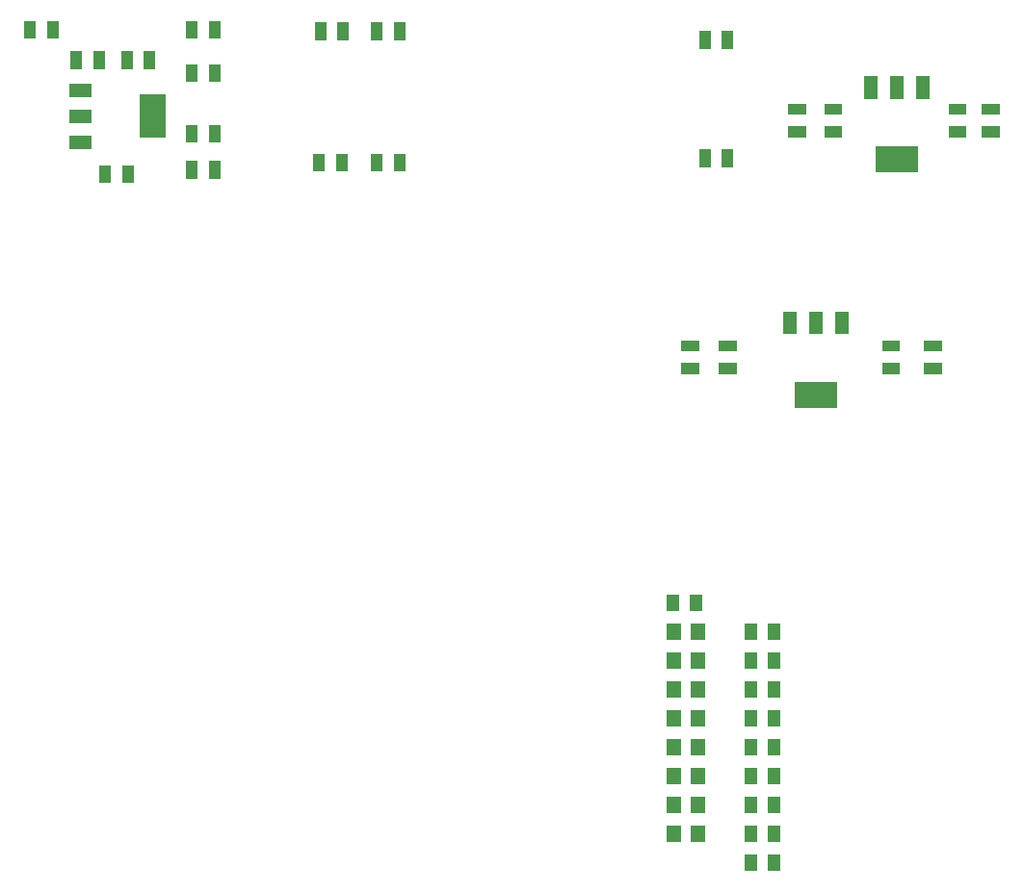
<source format=gbp>
G04 Layer: BottomPasteMaskLayer*
G04 EasyEDA v6.3.22, 2020-04-16T16:32:26+08:00*
G04 928550df28224f32970c11639e6f1fd0,b166db8205ee484a91a1acb555850d7f,10*
G04 Gerber Generator version 0.2*
G04 Scale: 100 percent, Rotated: No, Reflected: No *
G04 Dimensions in millimeters *
G04 leading zeros omitted , absolute positions ,3 integer and 3 decimal *
%FSLAX33Y33*%
%MOMM*%
G90*
G71D02*


%LPD*%
G36*
G01X71065Y21044D02*
G01X69905Y21044D01*
G01X69905Y19594D01*
G01X71065Y19594D01*
G01X71065Y21044D01*
G37*
G36*
G01X69033Y21044D02*
G01X67873Y21044D01*
G01X67873Y19594D01*
G01X69033Y19594D01*
G01X69033Y21044D01*
G37*
G36*
G01X14724Y84079D02*
G01X17024Y84079D01*
G01X17024Y87878D01*
G01X14724Y87878D01*
G01X14724Y84079D01*
G37*
G36*
G01X8525Y85379D02*
G01X10524Y85379D01*
G01X10524Y86578D01*
G01X8525Y86578D01*
G01X8525Y85379D01*
G37*
G36*
G01X8525Y87678D02*
G01X10524Y87678D01*
G01X10524Y88878D01*
G01X8525Y88878D01*
G01X8525Y87678D01*
G37*
G36*
G01X8525Y83079D02*
G01X10524Y83079D01*
G01X10524Y84279D01*
G01X8525Y84279D01*
G01X8525Y83079D01*
G37*
G36*
G01X35076Y81139D02*
G01X36076Y81139D01*
G01X36076Y82690D01*
G01X35076Y82690D01*
G01X35076Y81139D01*
G37*
G36*
G01X37075Y81139D02*
G01X38075Y81139D01*
G01X38075Y82690D01*
G01X37075Y82690D01*
G01X37075Y81139D01*
G37*
G36*
G01X35076Y92696D02*
G01X36076Y92696D01*
G01X36076Y94247D01*
G01X35076Y94247D01*
G01X35076Y92696D01*
G37*
G36*
G01X37075Y92696D02*
G01X38075Y92696D01*
G01X38075Y94247D01*
G01X37075Y94247D01*
G01X37075Y92696D01*
G37*
G36*
G01X21819Y90564D02*
G01X20819Y90564D01*
G01X20819Y89013D01*
G01X21819Y89013D01*
G01X21819Y90564D01*
G37*
G36*
G01X19820Y90564D02*
G01X18820Y90564D01*
G01X18820Y89013D01*
G01X19820Y89013D01*
G01X19820Y90564D01*
G37*
G36*
G01X21819Y94374D02*
G01X20819Y94374D01*
G01X20819Y92823D01*
G01X21819Y92823D01*
G01X21819Y94374D01*
G37*
G36*
G01X19820Y94374D02*
G01X18820Y94374D01*
G01X18820Y92823D01*
G01X19820Y92823D01*
G01X19820Y94374D01*
G37*
G36*
G01X21819Y82055D02*
G01X20819Y82055D01*
G01X20819Y80504D01*
G01X21819Y80504D01*
G01X21819Y82055D01*
G37*
G36*
G01X19820Y82055D02*
G01X18820Y82055D01*
G01X18820Y80504D01*
G01X19820Y80504D01*
G01X19820Y82055D01*
G37*
G36*
G01X7595Y94374D02*
G01X6595Y94374D01*
G01X6595Y92823D01*
G01X7595Y92823D01*
G01X7595Y94374D01*
G37*
G36*
G01X5596Y94374D02*
G01X4596Y94374D01*
G01X4596Y92823D01*
G01X5596Y92823D01*
G01X5596Y94374D01*
G37*
G36*
G01X11659Y91707D02*
G01X10659Y91707D01*
G01X10659Y90156D01*
G01X11659Y90156D01*
G01X11659Y91707D01*
G37*
G36*
G01X9660Y91707D02*
G01X8660Y91707D01*
G01X8660Y90156D01*
G01X9660Y90156D01*
G01X9660Y91707D01*
G37*
G36*
G01X21819Y85230D02*
G01X20819Y85230D01*
G01X20819Y83679D01*
G01X21819Y83679D01*
G01X21819Y85230D01*
G37*
G36*
G01X19820Y85230D02*
G01X18820Y85230D01*
G01X18820Y83679D01*
G01X19820Y83679D01*
G01X19820Y85230D01*
G37*
G36*
G01X31995Y81139D02*
G01X32995Y81139D01*
G01X32995Y82690D01*
G01X31995Y82690D01*
G01X31995Y81139D01*
G37*
G36*
G01X29996Y81139D02*
G01X30996Y81139D01*
G01X30996Y82690D01*
G01X29996Y82690D01*
G01X29996Y81139D01*
G37*
G36*
G01X31123Y94247D02*
G01X30123Y94247D01*
G01X30123Y92696D01*
G01X31123Y92696D01*
G01X31123Y94247D01*
G37*
G36*
G01X33122Y94247D02*
G01X32122Y94247D01*
G01X32122Y92696D01*
G01X33122Y92696D01*
G01X33122Y94247D01*
G37*
G36*
G01X16104Y91707D02*
G01X15104Y91707D01*
G01X15104Y90156D01*
G01X16104Y90156D01*
G01X16104Y91707D01*
G37*
G36*
G01X14105Y91707D02*
G01X13105Y91707D01*
G01X13105Y90156D01*
G01X14105Y90156D01*
G01X14105Y91707D01*
G37*
G36*
G01X11200Y80123D02*
G01X12200Y80123D01*
G01X12200Y81674D01*
G01X11200Y81674D01*
G01X11200Y80123D01*
G37*
G36*
G01X13199Y80123D02*
G01X14199Y80123D01*
G01X14199Y81674D01*
G01X13199Y81674D01*
G01X13199Y80123D01*
G37*
G36*
G01X66904Y83071D02*
G01X65904Y83071D01*
G01X65904Y81520D01*
G01X66904Y81520D01*
G01X66904Y83071D01*
G37*
G36*
G01X64905Y83071D02*
G01X63905Y83071D01*
G01X63905Y81520D01*
G01X64905Y81520D01*
G01X64905Y83071D01*
G37*
G36*
G01X66904Y93485D02*
G01X65904Y93485D01*
G01X65904Y91934D01*
G01X66904Y91934D01*
G01X66904Y93485D01*
G37*
G36*
G01X64905Y93485D02*
G01X63905Y93485D01*
G01X63905Y91934D01*
G01X64905Y91934D01*
G01X64905Y93485D01*
G37*
G36*
G01X74916Y87097D02*
G01X74916Y86097D01*
G01X76467Y86097D01*
G01X76467Y87097D01*
G01X74916Y87097D01*
G37*
G36*
G01X74916Y85098D02*
G01X74916Y84098D01*
G01X76467Y84098D01*
G01X76467Y85098D01*
G01X74916Y85098D01*
G37*
G36*
G01X71741Y87097D02*
G01X71741Y86097D01*
G01X73292Y86097D01*
G01X73292Y87097D01*
G01X71741Y87097D01*
G37*
G36*
G01X71741Y85098D02*
G01X71741Y84098D01*
G01X73292Y84098D01*
G01X73292Y85098D01*
G01X71741Y85098D01*
G37*
G36*
G01X88759Y87097D02*
G01X88759Y86097D01*
G01X90310Y86097D01*
G01X90310Y87097D01*
G01X88759Y87097D01*
G37*
G36*
G01X88759Y85098D02*
G01X88759Y84098D01*
G01X90310Y84098D01*
G01X90310Y85098D01*
G01X88759Y85098D01*
G37*
G36*
G01X85838Y87097D02*
G01X85838Y86097D01*
G01X87389Y86097D01*
G01X87389Y87097D01*
G01X85838Y87097D01*
G37*
G36*
G01X85838Y85098D02*
G01X85838Y84098D01*
G01X87389Y84098D01*
G01X87389Y85098D01*
G01X85838Y85098D01*
G37*
G36*
G01X79380Y83319D02*
G01X79380Y81019D01*
G01X83179Y81019D01*
G01X83179Y83319D01*
G01X79380Y83319D01*
G37*
G36*
G01X80680Y89518D02*
G01X80680Y87519D01*
G01X81879Y87519D01*
G01X81879Y89518D01*
G01X80680Y89518D01*
G37*
G36*
G01X82979Y89518D02*
G01X82979Y87519D01*
G01X84179Y87519D01*
G01X84179Y89518D01*
G01X82979Y89518D01*
G37*
G36*
G01X78380Y89518D02*
G01X78380Y87519D01*
G01X79580Y87519D01*
G01X79580Y89518D01*
G01X78380Y89518D01*
G37*
G36*
G01X81547Y63270D02*
G01X81547Y64270D01*
G01X79996Y64270D01*
G01X79996Y63270D01*
G01X81547Y63270D01*
G37*
G36*
G01X81547Y65269D02*
G01X81547Y66269D01*
G01X79996Y66269D01*
G01X79996Y65269D01*
G01X81547Y65269D01*
G37*
G36*
G01X85230Y63270D02*
G01X85230Y64270D01*
G01X83679Y64270D01*
G01X83679Y63270D01*
G01X85230Y63270D01*
G37*
G36*
G01X85230Y65269D02*
G01X85230Y66269D01*
G01X83679Y66269D01*
G01X83679Y65269D01*
G01X85230Y65269D01*
G37*
G36*
G01X62343Y66269D02*
G01X62343Y65269D01*
G01X63894Y65269D01*
G01X63894Y66269D01*
G01X62343Y66269D01*
G37*
G36*
G01X62343Y64270D02*
G01X62343Y63270D01*
G01X63894Y63270D01*
G01X63894Y64270D01*
G01X62343Y64270D01*
G37*
G36*
G01X65645Y66269D02*
G01X65645Y65269D01*
G01X67196Y65269D01*
G01X67196Y66269D01*
G01X65645Y66269D01*
G37*
G36*
G01X65645Y64270D02*
G01X65645Y63270D01*
G01X67196Y63270D01*
G01X67196Y64270D01*
G01X65645Y64270D01*
G37*
G36*
G01X72268Y62618D02*
G01X72268Y60318D01*
G01X76067Y60318D01*
G01X76067Y62618D01*
G01X72268Y62618D01*
G37*
G36*
G01X73568Y68817D02*
G01X73568Y66818D01*
G01X74767Y66818D01*
G01X74767Y68817D01*
G01X73568Y68817D01*
G37*
G36*
G01X75867Y68817D02*
G01X75867Y66818D01*
G01X77067Y66818D01*
G01X77067Y68817D01*
G01X75867Y68817D01*
G37*
G36*
G01X71268Y68817D02*
G01X71268Y66818D01*
G01X72468Y66818D01*
G01X72468Y68817D01*
G01X71268Y68817D01*
G37*
G36*
G01X64438Y41339D02*
G01X63138Y41339D01*
G01X63138Y39940D01*
G01X64438Y39940D01*
G01X64438Y41339D01*
G37*
G36*
G01X62337Y41339D02*
G01X61037Y41339D01*
G01X61037Y39940D01*
G01X62337Y39940D01*
G01X62337Y41339D01*
G37*
G36*
G01X64438Y38799D02*
G01X63138Y38799D01*
G01X63138Y37400D01*
G01X64438Y37400D01*
G01X64438Y38799D01*
G37*
G36*
G01X62337Y38799D02*
G01X61037Y38799D01*
G01X61037Y37400D01*
G01X62337Y37400D01*
G01X62337Y38799D01*
G37*
G36*
G01X64438Y36259D02*
G01X63138Y36259D01*
G01X63138Y34860D01*
G01X64438Y34860D01*
G01X64438Y36259D01*
G37*
G36*
G01X62337Y36259D02*
G01X61037Y36259D01*
G01X61037Y34860D01*
G01X62337Y34860D01*
G01X62337Y36259D01*
G37*
G36*
G01X64438Y33719D02*
G01X63138Y33719D01*
G01X63138Y32320D01*
G01X64438Y32320D01*
G01X64438Y33719D01*
G37*
G36*
G01X62337Y33719D02*
G01X61037Y33719D01*
G01X61037Y32320D01*
G01X62337Y32320D01*
G01X62337Y33719D01*
G37*
G36*
G01X64438Y23559D02*
G01X63138Y23559D01*
G01X63138Y22160D01*
G01X64438Y22160D01*
G01X64438Y23559D01*
G37*
G36*
G01X62337Y23559D02*
G01X61037Y23559D01*
G01X61037Y22160D01*
G01X62337Y22160D01*
G01X62337Y23559D01*
G37*
G36*
G01X64438Y26099D02*
G01X63138Y26099D01*
G01X63138Y24700D01*
G01X64438Y24700D01*
G01X64438Y26099D01*
G37*
G36*
G01X62337Y26099D02*
G01X61037Y26099D01*
G01X61037Y24700D01*
G01X62337Y24700D01*
G01X62337Y26099D01*
G37*
G36*
G01X64438Y28639D02*
G01X63138Y28639D01*
G01X63138Y27240D01*
G01X64438Y27240D01*
G01X64438Y28639D01*
G37*
G36*
G01X62337Y28639D02*
G01X61037Y28639D01*
G01X61037Y27240D01*
G01X62337Y27240D01*
G01X62337Y28639D01*
G37*
G36*
G01X64438Y31179D02*
G01X63138Y31179D01*
G01X63138Y29780D01*
G01X64438Y29780D01*
G01X64438Y31179D01*
G37*
G36*
G01X62337Y31179D02*
G01X61037Y31179D01*
G01X61037Y29780D01*
G01X62337Y29780D01*
G01X62337Y31179D01*
G37*
G36*
G01X71065Y41364D02*
G01X69904Y41364D01*
G01X69904Y39915D01*
G01X71065Y39915D01*
G01X71065Y41364D01*
G37*
G36*
G01X69033Y41364D02*
G01X67872Y41364D01*
G01X67872Y39915D01*
G01X69033Y39915D01*
G01X69033Y41364D01*
G37*
G36*
G01X71065Y38824D02*
G01X69904Y38824D01*
G01X69904Y37375D01*
G01X71065Y37375D01*
G01X71065Y38824D01*
G37*
G36*
G01X69033Y38824D02*
G01X67872Y38824D01*
G01X67872Y37375D01*
G01X69033Y37375D01*
G01X69033Y38824D01*
G37*
G36*
G01X71065Y36284D02*
G01X69904Y36284D01*
G01X69904Y34835D01*
G01X71065Y34835D01*
G01X71065Y36284D01*
G37*
G36*
G01X69033Y36284D02*
G01X67872Y36284D01*
G01X67872Y34835D01*
G01X69033Y34835D01*
G01X69033Y36284D01*
G37*
G36*
G01X71065Y33744D02*
G01X69904Y33744D01*
G01X69904Y32295D01*
G01X71065Y32295D01*
G01X71065Y33744D01*
G37*
G36*
G01X69033Y33744D02*
G01X67872Y33744D01*
G01X67872Y32295D01*
G01X69033Y32295D01*
G01X69033Y33744D01*
G37*
G36*
G01X71065Y31204D02*
G01X69904Y31204D01*
G01X69904Y29755D01*
G01X71065Y29755D01*
G01X71065Y31204D01*
G37*
G36*
G01X69033Y31204D02*
G01X67872Y31204D01*
G01X67872Y29755D01*
G01X69033Y29755D01*
G01X69033Y31204D01*
G37*
G36*
G01X71065Y28664D02*
G01X69904Y28664D01*
G01X69904Y27215D01*
G01X71065Y27215D01*
G01X71065Y28664D01*
G37*
G36*
G01X69033Y28664D02*
G01X67872Y28664D01*
G01X67872Y27215D01*
G01X69033Y27215D01*
G01X69033Y28664D01*
G37*
G36*
G01X71065Y26124D02*
G01X69904Y26124D01*
G01X69904Y24675D01*
G01X71065Y24675D01*
G01X71065Y26124D01*
G37*
G36*
G01X69033Y26124D02*
G01X67872Y26124D01*
G01X67872Y24675D01*
G01X69033Y24675D01*
G01X69033Y26124D01*
G37*
G36*
G01X71065Y23584D02*
G01X69904Y23584D01*
G01X69904Y22135D01*
G01X71065Y22135D01*
G01X71065Y23584D01*
G37*
G36*
G01X69033Y23584D02*
G01X67872Y23584D01*
G01X67872Y22135D01*
G01X69033Y22135D01*
G01X69033Y23584D01*
G37*
G36*
G01X61014Y42455D02*
G01X62175Y42455D01*
G01X62175Y43904D01*
G01X61014Y43904D01*
G01X61014Y42455D01*
G37*
G36*
G01X63046Y42455D02*
G01X64207Y42455D01*
G01X64207Y43904D01*
G01X63046Y43904D01*
G01X63046Y42455D01*
G37*
M00*
M02*

</source>
